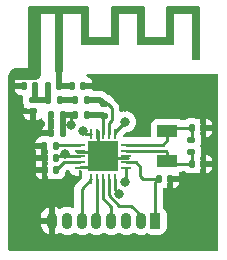
<source format=gbr>
%TF.GenerationSoftware,KiCad,Pcbnew,7.0.9*%
%TF.CreationDate,2024-12-08T03:54:19-04:00*%
%TF.ProjectId,Ejemplo KiCad LM,456a656d-706c-46f2-904b-69436164204c,rev?*%
%TF.SameCoordinates,Original*%
%TF.FileFunction,Copper,L1,Top*%
%TF.FilePolarity,Positive*%
%FSLAX46Y46*%
G04 Gerber Fmt 4.6, Leading zero omitted, Abs format (unit mm)*
G04 Created by KiCad (PCBNEW 7.0.9) date 2024-12-08 03:54:19*
%MOMM*%
%LPD*%
G01*
G04 APERTURE LIST*
G04 Aperture macros list*
%AMRoundRect*
0 Rectangle with rounded corners*
0 $1 Rounding radius*
0 $2 $3 $4 $5 $6 $7 $8 $9 X,Y pos of 4 corners*
0 Add a 4 corners polygon primitive as box body*
4,1,4,$2,$3,$4,$5,$6,$7,$8,$9,$2,$3,0*
0 Add four circle primitives for the rounded corners*
1,1,$1+$1,$2,$3*
1,1,$1+$1,$4,$5*
1,1,$1+$1,$6,$7*
1,1,$1+$1,$8,$9*
0 Add four rect primitives between the rounded corners*
20,1,$1+$1,$2,$3,$4,$5,0*
20,1,$1+$1,$4,$5,$6,$7,0*
20,1,$1+$1,$6,$7,$8,$9,0*
20,1,$1+$1,$8,$9,$2,$3,0*%
G04 Aperture macros list end*
%TA.AperFunction,EtchedComponent*%
%ADD10C,0.152400*%
%TD*%
%TA.AperFunction,SMDPad,CuDef*%
%ADD11R,1.800000X1.000000*%
%TD*%
%TA.AperFunction,SMDPad,CuDef*%
%ADD12RoundRect,0.062500X0.062500X-0.350000X0.062500X0.350000X-0.062500X0.350000X-0.062500X-0.350000X0*%
%TD*%
%TA.AperFunction,SMDPad,CuDef*%
%ADD13RoundRect,0.062500X0.350000X-0.062500X0.350000X0.062500X-0.350000X0.062500X-0.350000X-0.062500X0*%
%TD*%
%TA.AperFunction,SMDPad,CuDef*%
%ADD14R,2.500000X2.500000*%
%TD*%
%TA.AperFunction,SMDPad,CuDef*%
%ADD15RoundRect,0.135000X0.185000X-0.135000X0.185000X0.135000X-0.185000X0.135000X-0.185000X-0.135000X0*%
%TD*%
%TA.AperFunction,SMDPad,CuDef*%
%ADD16RoundRect,0.135000X0.135000X0.185000X-0.135000X0.185000X-0.135000X-0.185000X0.135000X-0.185000X0*%
%TD*%
%TA.AperFunction,SMDPad,CuDef*%
%ADD17RoundRect,0.147500X-0.147500X-0.172500X0.147500X-0.172500X0.147500X0.172500X-0.147500X0.172500X0*%
%TD*%
%TA.AperFunction,SMDPad,CuDef*%
%ADD18RoundRect,0.147500X0.147500X0.172500X-0.147500X0.172500X-0.147500X-0.172500X0.147500X-0.172500X0*%
%TD*%
%TA.AperFunction,SMDPad,CuDef*%
%ADD19RoundRect,0.147500X-0.172500X0.147500X-0.172500X-0.147500X0.172500X-0.147500X0.172500X0.147500X0*%
%TD*%
%TA.AperFunction,ComponentPad*%
%ADD20RoundRect,0.225000X0.225000X0.475000X-0.225000X0.475000X-0.225000X-0.475000X0.225000X-0.475000X0*%
%TD*%
%TA.AperFunction,ComponentPad*%
%ADD21O,0.900000X1.400000*%
%TD*%
%TA.AperFunction,SMDPad,CuDef*%
%ADD22RoundRect,0.140000X-0.140000X-0.170000X0.140000X-0.170000X0.140000X0.170000X-0.140000X0.170000X0*%
%TD*%
%TA.AperFunction,SMDPad,CuDef*%
%ADD23RoundRect,0.140000X0.140000X0.170000X-0.140000X0.170000X-0.140000X-0.170000X0.140000X-0.170000X0*%
%TD*%
%TA.AperFunction,SMDPad,CuDef*%
%ADD24RoundRect,0.140000X-0.170000X0.140000X-0.170000X-0.140000X0.170000X-0.140000X0.170000X0.140000X0*%
%TD*%
%TA.AperFunction,ConnectorPad*%
%ADD25R,0.500000X0.500000*%
%TD*%
%TA.AperFunction,ComponentPad*%
%ADD26R,0.900000X0.500000*%
%TD*%
%TA.AperFunction,ViaPad*%
%ADD27C,0.800000*%
%TD*%
%TA.AperFunction,Conductor*%
%ADD28C,1.016000*%
%TD*%
%TA.AperFunction,Conductor*%
%ADD29C,0.508000*%
%TD*%
%TA.AperFunction,Conductor*%
%ADD30C,0.254000*%
%TD*%
G04 APERTURE END LIST*
%TO.C,AE1*%
D10*
X150278000Y-95026000D02*
X152278000Y-95026000D01*
X152278000Y-92386000D01*
X154978000Y-92386000D01*
X154978000Y-95026000D01*
X156978000Y-95026000D01*
X156978000Y-92386000D01*
X159678000Y-92386000D01*
X159678000Y-96826000D01*
X159178000Y-96826000D01*
X159178000Y-92886000D01*
X157478000Y-92886000D01*
X157478000Y-95526000D01*
X154478000Y-95526000D01*
X154478000Y-92886000D01*
X152778000Y-92886000D01*
X152778000Y-95526000D01*
X149778000Y-95526000D01*
X149778000Y-92886000D01*
X148078000Y-92886000D01*
X148078000Y-97786000D01*
X147578000Y-97786000D01*
X147578000Y-92886000D01*
X146178000Y-92886000D01*
X146178000Y-97786000D01*
X145278000Y-97786000D01*
X145278000Y-97542785D01*
X145580417Y-97542785D01*
X145590258Y-97590395D01*
X145614326Y-97632797D01*
X145652269Y-97665581D01*
X145660181Y-97669935D01*
X145702844Y-97682043D01*
X145751363Y-97681300D01*
X145796878Y-97668400D01*
X145815489Y-97657787D01*
X145849132Y-97622553D01*
X145869691Y-97577368D01*
X145876222Y-97527842D01*
X145867782Y-97479583D01*
X145850888Y-97447357D01*
X145815628Y-97414687D01*
X145770318Y-97394592D01*
X145720733Y-97388018D01*
X145672647Y-97395908D01*
X145639755Y-97412814D01*
X145604815Y-97449584D01*
X145585153Y-97494378D01*
X145580417Y-97542785D01*
X145278000Y-97542785D01*
X145278000Y-92386000D01*
X150278000Y-92386000D01*
X150278000Y-95026000D01*
%TA.AperFunction,EtchedComponent*%
G36*
X150278000Y-95026000D02*
G01*
X152278000Y-95026000D01*
X152278000Y-92386000D01*
X154978000Y-92386000D01*
X154978000Y-95026000D01*
X156978000Y-95026000D01*
X156978000Y-92386000D01*
X159678000Y-92386000D01*
X159678000Y-96826000D01*
X159178000Y-96826000D01*
X159178000Y-92886000D01*
X157478000Y-92886000D01*
X157478000Y-95526000D01*
X154478000Y-95526000D01*
X154478000Y-92886000D01*
X152778000Y-92886000D01*
X152778000Y-95526000D01*
X149778000Y-95526000D01*
X149778000Y-92886000D01*
X148078000Y-92886000D01*
X148078000Y-97786000D01*
X147578000Y-97786000D01*
X147578000Y-92886000D01*
X146178000Y-92886000D01*
X146178000Y-97786000D01*
X145278000Y-97786000D01*
X145278000Y-97542785D01*
X145580417Y-97542785D01*
X145590258Y-97590395D01*
X145614326Y-97632797D01*
X145652269Y-97665581D01*
X145660181Y-97669935D01*
X145702844Y-97682043D01*
X145751363Y-97681300D01*
X145796878Y-97668400D01*
X145815489Y-97657787D01*
X145849132Y-97622553D01*
X145869691Y-97577368D01*
X145876222Y-97527842D01*
X145867782Y-97479583D01*
X145850888Y-97447357D01*
X145815628Y-97414687D01*
X145770318Y-97394592D01*
X145720733Y-97388018D01*
X145672647Y-97395908D01*
X145639755Y-97412814D01*
X145604815Y-97449584D01*
X145585153Y-97494378D01*
X145580417Y-97542785D01*
X145278000Y-97542785D01*
X145278000Y-92386000D01*
X150278000Y-92386000D01*
X150278000Y-95026000D01*
G37*
%TD.AperFunction*%
%TD*%
D11*
%TO.P,Y1,1,1*%
%TO.N,Net-(U1-XC2)*%
X156972000Y-105390000D03*
%TO.P,Y1,2,2*%
%TO.N,Net-(U1-XC1)*%
X156972000Y-102890000D03*
%TD*%
D12*
%TO.P,U1,1,CE*%
%TO.N,Net-(J1-Pin_6)*%
X150521000Y-106976500D03*
%TO.P,U1,2,CSN*%
%TO.N,Net-(J1-Pin_5)*%
X151021000Y-106976500D03*
%TO.P,U1,3,SCK*%
%TO.N,Net-(J1-Pin_4)*%
X151521000Y-106976500D03*
%TO.P,U1,4,MOSI*%
%TO.N,Net-(J1-Pin_2)*%
X152021000Y-106976500D03*
%TO.P,U1,5,MISO*%
%TO.N,Net-(J1-Pin_3)*%
X152521000Y-106976500D03*
D13*
%TO.P,U1,6,IRQ*%
%TO.N,Net-(J1-Pin_7)*%
X153458500Y-106039000D03*
%TO.P,U1,7,VDD*%
%TO.N,VDD*%
X153458500Y-105539000D03*
%TO.P,U1,8,VSS*%
%TO.N,GND*%
X153458500Y-105039000D03*
%TO.P,U1,9,XC2*%
%TO.N,Net-(U1-XC2)*%
X153458500Y-104539000D03*
%TO.P,U1,10,XC1*%
%TO.N,Net-(U1-XC1)*%
X153458500Y-104039000D03*
D12*
%TO.P,U1,11,VDD_PA*%
%TO.N,Net-(U1-VDD_PA)*%
X152521000Y-103101500D03*
%TO.P,U1,12,ANT1*%
%TO.N,Net-(U1-ANT1)*%
X152021000Y-103101500D03*
%TO.P,U1,13,ANT2*%
%TO.N,Net-(U1-ANT2)*%
X151521000Y-103101500D03*
%TO.P,U1,14,VSS*%
%TO.N,GND*%
X151021000Y-103101500D03*
%TO.P,U1,15,VDD*%
%TO.N,VDD*%
X150521000Y-103101500D03*
D13*
%TO.P,U1,16,IREF*%
%TO.N,Net-(U1-IREF)*%
X149583500Y-104039000D03*
%TO.P,U1,17,VSS*%
%TO.N,GND*%
X149583500Y-104539000D03*
%TO.P,U1,18,VDD*%
%TO.N,VDD*%
X149583500Y-105039000D03*
%TO.P,U1,19,DVDD*%
%TO.N,Net-(U1-DVDD)*%
X149583500Y-105539000D03*
%TO.P,U1,20,VSS*%
%TO.N,GND*%
X149583500Y-106039000D03*
D14*
%TO.P,U1,21*%
%TO.N,N/C*%
X151521000Y-105039000D03*
%TD*%
D15*
%TO.P,R2,1*%
%TO.N,Net-(U1-XC2)*%
X159004000Y-104650000D03*
%TO.P,R2,2*%
%TO.N,Net-(U1-XC1)*%
X159004000Y-103630000D03*
%TD*%
D16*
%TO.P,R1,1*%
%TO.N,Net-(U1-IREF)*%
X147576000Y-104140000D03*
%TO.P,R1,2*%
%TO.N,GND*%
X146556000Y-104140000D03*
%TD*%
D17*
%TO.P,L4,1,1*%
%TO.N,Net-(C10-Pad1)*%
X146835000Y-99060000D03*
%TO.P,L4,2,2*%
%TO.N,Net-(AE1-A)*%
X147805000Y-99060000D03*
%TD*%
D18*
%TO.P,L3,1,1*%
%TO.N,Net-(U1-ANT2)*%
X150133500Y-101499000D03*
%TO.P,L3,2,2*%
%TO.N,Net-(U1-VDD_PA)*%
X149163500Y-101499000D03*
%TD*%
%TO.P,L2,1,1*%
%TO.N,Net-(U1-ANT1)*%
X150133500Y-100229000D03*
%TO.P,L2,2,2*%
%TO.N,Net-(C7-Pad1)*%
X149163500Y-100229000D03*
%TD*%
D19*
%TO.P,L1,1,1*%
%TO.N,Net-(U1-ANT1)*%
X151638000Y-100607000D03*
%TO.P,L1,2,2*%
%TO.N,Net-(U1-ANT2)*%
X151638000Y-101577000D03*
%TD*%
D20*
%TO.P,J1,1,Pin_1*%
%TO.N,VDD*%
X155956000Y-110490000D03*
D21*
%TO.P,J1,2,Pin_2*%
%TO.N,Net-(J1-Pin_2)*%
X154706000Y-110490000D03*
%TO.P,J1,3,Pin_3*%
%TO.N,Net-(J1-Pin_3)*%
X153456000Y-110490000D03*
%TO.P,J1,4,Pin_4*%
%TO.N,Net-(J1-Pin_4)*%
X152206000Y-110490000D03*
%TO.P,J1,5,Pin_5*%
%TO.N,Net-(J1-Pin_5)*%
X150956000Y-110490000D03*
%TO.P,J1,6,Pin_6*%
%TO.N,Net-(J1-Pin_6)*%
X149706000Y-110490000D03*
%TO.P,J1,7,Pin_7*%
%TO.N,Net-(J1-Pin_7)*%
X148456000Y-110490000D03*
%TO.P,J1,8,Pin_8*%
%TO.N,GND*%
X147206000Y-110490000D03*
%TD*%
D22*
%TO.P,C11,1*%
%TO.N,Net-(AE1-A)*%
X148872000Y-99060000D03*
%TO.P,C11,2*%
%TO.N,GND*%
X149832000Y-99060000D03*
%TD*%
D23*
%TO.P,C10,1*%
%TO.N,Net-(C10-Pad1)*%
X145768000Y-99060000D03*
%TO.P,C10,2*%
%TO.N,GND*%
X144808000Y-99060000D03*
%TD*%
D24*
%TO.P,C9,1*%
%TO.N,Net-(C10-Pad1)*%
X145584500Y-100257000D03*
%TO.P,C9,2*%
%TO.N,GND*%
X145584500Y-101217000D03*
%TD*%
D23*
%TO.P,C8,1*%
%TO.N,Net-(U1-VDD_PA)*%
X148096500Y-101499000D03*
%TO.P,C8,2*%
%TO.N,GND*%
X147136500Y-101499000D03*
%TD*%
%TO.P,C7,1*%
%TO.N,Net-(C7-Pad1)*%
X147842500Y-100229000D03*
%TO.P,C7,2*%
%TO.N,Net-(C10-Pad1)*%
X146882500Y-100229000D03*
%TD*%
%TO.P,C6,1*%
%TO.N,Net-(U1-VDD_PA)*%
X148096500Y-103023000D03*
%TO.P,C6,2*%
%TO.N,GND*%
X147136500Y-103023000D03*
%TD*%
D22*
%TO.P,C5,2*%
%TO.N,GND*%
X159992000Y-102616000D03*
%TO.P,C5,1*%
%TO.N,Net-(U1-XC1)*%
X159032000Y-102616000D03*
%TD*%
%TO.P,C4,1*%
%TO.N,Net-(U1-XC2)*%
X159032000Y-105664000D03*
%TO.P,C4,2*%
%TO.N,GND*%
X159992000Y-105664000D03*
%TD*%
D23*
%TO.P,C3,1*%
%TO.N,Net-(U1-DVDD)*%
X147546000Y-106172000D03*
%TO.P,C3,2*%
%TO.N,GND*%
X146586000Y-106172000D03*
%TD*%
%TO.P,C2,1*%
%TO.N,VDD*%
X147574000Y-105156000D03*
%TO.P,C2,2*%
%TO.N,GND*%
X146614000Y-105156000D03*
%TD*%
D22*
%TO.P,C1,1*%
%TO.N,VDD*%
X156238000Y-106934000D03*
%TO.P,C1,2*%
%TO.N,GND*%
X157198000Y-106934000D03*
%TD*%
D25*
%TO.P,AE1,1,A*%
%TO.N,Net-(AE1-A)*%
X147828000Y-97536000D03*
D26*
%TO.P,AE1,2*%
%TO.N,N/C*%
X145728000Y-97536000D03*
%TD*%
D27*
%TO.N,GND*%
X144018000Y-98044000D03*
X152146000Y-105410000D03*
X150876000Y-105410000D03*
X152146000Y-104394000D03*
X150876000Y-104394000D03*
X158496000Y-100838000D03*
X159512000Y-100838000D03*
X155448000Y-100838000D03*
X157480000Y-100838000D03*
X160528000Y-100838000D03*
X156464000Y-100838000D03*
X153416000Y-100838000D03*
X154432000Y-100838000D03*
X158496000Y-99822000D03*
X159512000Y-99822000D03*
X155448000Y-99822000D03*
X157480000Y-99822000D03*
X160528000Y-99822000D03*
X156464000Y-99822000D03*
X153416000Y-99822000D03*
X154432000Y-99822000D03*
X151384000Y-98806000D03*
X152400000Y-98806000D03*
X153416000Y-98806000D03*
X154432000Y-98806000D03*
X155448000Y-98806000D03*
X156464000Y-98806000D03*
X157480000Y-98806000D03*
X158496000Y-98806000D03*
X159512000Y-98806000D03*
X160528000Y-98806000D03*
%TO.N,VDD*%
X148336000Y-104812500D03*
X149860000Y-102870000D03*
%TO.N,Net-(J1-Pin_7)*%
X153416000Y-107188000D03*
%TO.N,Net-(J1-Pin_3)*%
X152913714Y-108198286D03*
%TO.N,Net-(U1-VDD_PA)*%
X148844000Y-102362000D03*
X153416000Y-102108000D03*
%TD*%
D28*
%TO.N,GND*%
X144145000Y-98044000D02*
X145415000Y-98044000D01*
X145796000Y-97536000D02*
X145796000Y-98044000D01*
D29*
%TO.N,Net-(AE1-A)*%
X147828000Y-97536000D02*
X147828000Y-99037000D01*
X147828000Y-99037000D02*
X147805000Y-99060000D01*
D30*
%TO.N,GND*%
X150876000Y-105918000D02*
X150876000Y-105410000D01*
X149606000Y-105918000D02*
X151130000Y-105918000D01*
X149352000Y-104648000D02*
X150876000Y-104648000D01*
X152146000Y-105156000D02*
X153670000Y-105156000D01*
X151130000Y-104394000D02*
X151130000Y-102870000D01*
%TO.N,VDD*%
X150091500Y-103101500D02*
X149860000Y-102870000D01*
X150521000Y-103101500D02*
X150091500Y-103101500D01*
X155956000Y-107216000D02*
X156238000Y-106934000D01*
X155956000Y-110490000D02*
X155956000Y-107216000D01*
%TO.N,Net-(J1-Pin_7)*%
X153458500Y-107145500D02*
X153416000Y-107188000D01*
X153458500Y-106039000D02*
X153458500Y-107145500D01*
%TO.N,Net-(J1-Pin_3)*%
X152521000Y-107805572D02*
X152913714Y-108198286D01*
X152521000Y-106976500D02*
X152521000Y-107805572D01*
%TO.N,Net-(J1-Pin_2)*%
X152908000Y-109220000D02*
X153890000Y-109220000D01*
X154706000Y-110036000D02*
X154706000Y-110490000D01*
X152021000Y-108333000D02*
X152908000Y-109220000D01*
X153890000Y-109220000D02*
X154706000Y-110036000D01*
X152021000Y-106976500D02*
X152021000Y-108333000D01*
%TO.N,Net-(J1-Pin_4)*%
X152206000Y-109280000D02*
X152206000Y-110490000D01*
X151521000Y-108595000D02*
X152206000Y-109280000D01*
X151521000Y-106976500D02*
X151521000Y-108595000D01*
%TO.N,Net-(J1-Pin_5)*%
X151021000Y-110425000D02*
X150956000Y-110490000D01*
X151021000Y-106976500D02*
X151021000Y-110425000D01*
%TO.N,Net-(J1-Pin_6)*%
X150521000Y-106976500D02*
X149706000Y-107791500D01*
X149706000Y-107791500D02*
X149706000Y-110490000D01*
%TO.N,VDD*%
X154940000Y-106934000D02*
X156238000Y-106934000D01*
X154686000Y-105918000D02*
X154686000Y-106680000D01*
X154686000Y-106680000D02*
X154940000Y-106934000D01*
X153458500Y-105539000D02*
X154307000Y-105539000D01*
X154307000Y-105539000D02*
X154686000Y-105918000D01*
%TO.N,Net-(U1-XC1)*%
X159032000Y-103602000D02*
X159004000Y-103630000D01*
X159032000Y-102616000D02*
X159032000Y-103602000D01*
%TO.N,Net-(U1-XC2)*%
X159032000Y-105664000D02*
X159032000Y-104678000D01*
X159032000Y-104678000D02*
X159004000Y-104650000D01*
X157246000Y-105664000D02*
X156972000Y-105390000D01*
X159032000Y-105664000D02*
X157246000Y-105664000D01*
%TO.N,Net-(U1-XC1)*%
X157246000Y-102616000D02*
X156972000Y-102890000D01*
X159032000Y-102616000D02*
X157246000Y-102616000D01*
%TO.N,Net-(U1-XC2)*%
X156972000Y-104648000D02*
X156972000Y-105390000D01*
X156863000Y-104539000D02*
X156972000Y-104648000D01*
X153458500Y-104539000D02*
X156863000Y-104539000D01*
%TO.N,Net-(U1-XC1)*%
X156972000Y-103632000D02*
X156972000Y-102890000D01*
X156565000Y-104039000D02*
X156972000Y-103632000D01*
X153458500Y-104039000D02*
X156565000Y-104039000D01*
%TO.N,Net-(U1-DVDD)*%
X148179000Y-105539000D02*
X147546000Y-106172000D01*
X149583500Y-105539000D02*
X148179000Y-105539000D01*
%TO.N,VDD*%
X147691000Y-105039000D02*
X147574000Y-105156000D01*
X149583500Y-105039000D02*
X147691000Y-105039000D01*
%TO.N,Net-(U1-IREF)*%
X147677000Y-104039000D02*
X147576000Y-104140000D01*
X149583500Y-104039000D02*
X147677000Y-104039000D01*
%TO.N,Net-(U1-VDD_PA)*%
X148844000Y-101818500D02*
X149163500Y-101499000D01*
X148844000Y-102362000D02*
X148844000Y-101818500D01*
X152521000Y-103003000D02*
X153416000Y-102108000D01*
X152521000Y-103101500D02*
X152521000Y-103003000D01*
%TO.N,Net-(U1-ANT2)*%
X151521000Y-103101500D02*
X151521000Y-101694000D01*
X151521000Y-101694000D02*
X151638000Y-101577000D01*
%TO.N,Net-(U1-ANT1)*%
X152285000Y-101925132D02*
X152285000Y-100977000D01*
X152021000Y-102189132D02*
X152285000Y-101925132D01*
X151915000Y-100607000D02*
X151638000Y-100607000D01*
X152021000Y-103101500D02*
X152021000Y-102189132D01*
X152285000Y-100977000D02*
X151915000Y-100607000D01*
D29*
%TO.N,Net-(U1-VDD_PA)*%
X148096500Y-101499000D02*
X148096500Y-103023000D01*
X149163500Y-101499000D02*
X148096500Y-101499000D01*
%TO.N,Net-(U1-ANT2)*%
X151560000Y-101499000D02*
X151638000Y-101577000D01*
X150133500Y-101499000D02*
X151560000Y-101499000D01*
%TO.N,Net-(U1-ANT1)*%
X151260000Y-100229000D02*
X151638000Y-100607000D01*
X150133500Y-100229000D02*
X151260000Y-100229000D01*
%TO.N,Net-(C7-Pad1)*%
X147842500Y-100229000D02*
X149163500Y-100229000D01*
%TO.N,Net-(C10-Pad1)*%
X146835000Y-100181500D02*
X146882500Y-100229000D01*
X146835000Y-99060000D02*
X146835000Y-100181500D01*
X146854500Y-100257000D02*
X146882500Y-100229000D01*
X145584500Y-100257000D02*
X146854500Y-100257000D01*
X145768000Y-100073500D02*
X145584500Y-100257000D01*
X145768000Y-99060000D02*
X145768000Y-100073500D01*
%TO.N,Net-(AE1-A)*%
X148872000Y-99060000D02*
X147805000Y-99060000D01*
%TD*%
%TA.AperFunction,Conductor*%
%TO.N,GND*%
G36*
X144481739Y-98063685D02*
G01*
X144527494Y-98116489D01*
X144537438Y-98185647D01*
X144508413Y-98249203D01*
X144449635Y-98286977D01*
X144449294Y-98287077D01*
X144411804Y-98297968D01*
X144272625Y-98380278D01*
X144272616Y-98380285D01*
X144158285Y-98494616D01*
X144158278Y-98494625D01*
X144075968Y-98633804D01*
X144075966Y-98633809D01*
X144030855Y-98789081D01*
X144030854Y-98789087D01*
X144029209Y-98809999D01*
X144029210Y-98810000D01*
X144863500Y-98810000D01*
X144930539Y-98829685D01*
X144976294Y-98882489D01*
X144987500Y-98934000D01*
X144987500Y-99186000D01*
X144967815Y-99253039D01*
X144915011Y-99298794D01*
X144863500Y-99310000D01*
X144029210Y-99310000D01*
X144030854Y-99330910D01*
X144075968Y-99486195D01*
X144158278Y-99625374D01*
X144158285Y-99625383D01*
X144272616Y-99739714D01*
X144272625Y-99739721D01*
X144411803Y-99822030D01*
X144567090Y-99867145D01*
X144603360Y-99869999D01*
X144654823Y-99869999D01*
X144721863Y-99889682D01*
X144767618Y-99942485D01*
X144777281Y-100009684D01*
X144777354Y-100009690D01*
X144777328Y-100010013D01*
X144777563Y-100011644D01*
X144776862Y-100015936D01*
X144774000Y-100052308D01*
X144774000Y-100461692D01*
X144776856Y-100497991D01*
X144776857Y-100497997D01*
X144822004Y-100653390D01*
X144822007Y-100653397D01*
X144834410Y-100674370D01*
X144851593Y-100742094D01*
X144834412Y-100800608D01*
X144822468Y-100820804D01*
X144779996Y-100967000D01*
X145086148Y-100967000D01*
X145149266Y-100984267D01*
X145158105Y-100989494D01*
X145158108Y-100989494D01*
X145158110Y-100989496D01*
X145313502Y-101034642D01*
X145313505Y-101034642D01*
X145313507Y-101034643D01*
X145325608Y-101035595D01*
X145349808Y-101037500D01*
X145710500Y-101037500D01*
X145777539Y-101057185D01*
X145823294Y-101109989D01*
X145834500Y-101161500D01*
X145834500Y-101995789D01*
X145855410Y-101994145D01*
X146010695Y-101949031D01*
X146149874Y-101866721D01*
X146149883Y-101866714D01*
X146185728Y-101830869D01*
X146247050Y-101797383D01*
X146316742Y-101802367D01*
X146372676Y-101844237D01*
X146392486Y-101883954D01*
X146404466Y-101925190D01*
X146404468Y-101925195D01*
X146486778Y-102064374D01*
X146486785Y-102064383D01*
X146595721Y-102173319D01*
X146629206Y-102234642D01*
X146624222Y-102304334D01*
X146595721Y-102348681D01*
X146486785Y-102457616D01*
X146486778Y-102457625D01*
X146404468Y-102596804D01*
X146404466Y-102596809D01*
X146359355Y-102752081D01*
X146359354Y-102752087D01*
X146357709Y-102772999D01*
X146357710Y-102773000D01*
X146886500Y-102773000D01*
X146886500Y-101373000D01*
X146906185Y-101305961D01*
X146958989Y-101260206D01*
X147010500Y-101249000D01*
X147192000Y-101249000D01*
X147259039Y-101268685D01*
X147304794Y-101321489D01*
X147316000Y-101373000D01*
X147316000Y-101733692D01*
X147318856Y-101769991D01*
X147318857Y-101769993D01*
X147336543Y-101830869D01*
X147337076Y-101832701D01*
X147342000Y-101867297D01*
X147342000Y-102654702D01*
X147337076Y-102689298D01*
X147318857Y-102752005D01*
X147318856Y-102752008D01*
X147316000Y-102788308D01*
X147316000Y-103149000D01*
X147296315Y-103216039D01*
X147243511Y-103261794D01*
X147192000Y-103273000D01*
X146357709Y-103273000D01*
X146331633Y-103301207D01*
X146275175Y-103336109D01*
X146166811Y-103367591D01*
X146166808Y-103367593D01*
X146028714Y-103449261D01*
X146028705Y-103449268D01*
X145915268Y-103562705D01*
X145915261Y-103562714D01*
X145833593Y-103700808D01*
X145833592Y-103700811D01*
X145788833Y-103854871D01*
X145788832Y-103854877D01*
X145786069Y-103890000D01*
X146681500Y-103890000D01*
X146748539Y-103909685D01*
X146794294Y-103962489D01*
X146805500Y-104014000D01*
X146805501Y-104389181D01*
X146808334Y-104425200D01*
X146853133Y-104579399D01*
X146853800Y-104580940D01*
X146854344Y-104583567D01*
X146855308Y-104586885D01*
X146855046Y-104586960D01*
X146864000Y-104630189D01*
X146864000Y-104657646D01*
X146846734Y-104720764D01*
X146841507Y-104729601D01*
X146841504Y-104729610D01*
X146796357Y-104885002D01*
X146796356Y-104885008D01*
X146793500Y-104921308D01*
X146793500Y-105390692D01*
X146796356Y-105426991D01*
X146796357Y-105426997D01*
X146841504Y-105582390D01*
X146844603Y-105589551D01*
X146841874Y-105590731D01*
X146855618Y-105644958D01*
X146838438Y-105703447D01*
X146813504Y-105745608D01*
X146813504Y-105745609D01*
X146768357Y-105901002D01*
X146768356Y-105901008D01*
X146765500Y-105937308D01*
X146765500Y-106406692D01*
X146768356Y-106442991D01*
X146768357Y-106442997D01*
X146813503Y-106598389D01*
X146813505Y-106598393D01*
X146813506Y-106598395D01*
X146818732Y-106607233D01*
X146836000Y-106670352D01*
X146836000Y-106976503D01*
X146982194Y-106934032D01*
X147002384Y-106922091D01*
X147070108Y-106904906D01*
X147128629Y-106922089D01*
X147149605Y-106934494D01*
X147190587Y-106946400D01*
X147305002Y-106979642D01*
X147305005Y-106979642D01*
X147305007Y-106979643D01*
X147317108Y-106980595D01*
X147341308Y-106982500D01*
X147341310Y-106982500D01*
X147750692Y-106982500D01*
X147768841Y-106981071D01*
X147786993Y-106979643D01*
X147786995Y-106979642D01*
X147786997Y-106979642D01*
X147827975Y-106967736D01*
X147942395Y-106934494D01*
X148081687Y-106852117D01*
X148196117Y-106737687D01*
X148278494Y-106598395D01*
X148323643Y-106442993D01*
X148326500Y-106406690D01*
X148326500Y-106330281D01*
X148346185Y-106263242D01*
X148362819Y-106242600D01*
X148402600Y-106202819D01*
X148463923Y-106169334D01*
X148490281Y-106166500D01*
X148568724Y-106166500D01*
X148635763Y-106186185D01*
X148681518Y-106238989D01*
X148683285Y-106243047D01*
X148742156Y-106385175D01*
X148832320Y-106502679D01*
X148949824Y-106592843D01*
X149086658Y-106649521D01*
X149196622Y-106663999D01*
X149196637Y-106664000D01*
X149458500Y-106664000D01*
X149458500Y-106290500D01*
X149478185Y-106223461D01*
X149530989Y-106177706D01*
X149582500Y-106166500D01*
X149584500Y-106166500D01*
X149651539Y-106186185D01*
X149697294Y-106238989D01*
X149708500Y-106290500D01*
X149708500Y-106664000D01*
X149739609Y-106695109D01*
X149773094Y-106756432D01*
X149768110Y-106826124D01*
X149739609Y-106870471D01*
X149320953Y-107289126D01*
X149308669Y-107298969D01*
X149308849Y-107299187D01*
X149302838Y-107304159D01*
X149255322Y-107354758D01*
X149234375Y-107375705D01*
X149230106Y-107381209D01*
X149226315Y-107385647D01*
X149194308Y-107419730D01*
X149194305Y-107419734D01*
X149184606Y-107437377D01*
X149173928Y-107453633D01*
X149161594Y-107469534D01*
X149161589Y-107469542D01*
X149143025Y-107512443D01*
X149140454Y-107517691D01*
X149117927Y-107558667D01*
X149112920Y-107578168D01*
X149106621Y-107596564D01*
X149099893Y-107612112D01*
X149098625Y-107615044D01*
X149098624Y-107615046D01*
X149091312Y-107661216D01*
X149090127Y-107666938D01*
X149078500Y-107712223D01*
X149078500Y-107732358D01*
X149076973Y-107751757D01*
X149073825Y-107771631D01*
X149078225Y-107818177D01*
X149078500Y-107824015D01*
X149078500Y-109287718D01*
X149058815Y-109354757D01*
X149006011Y-109400512D01*
X148936853Y-109410456D01*
X148899893Y-109399046D01*
X148787816Y-109344070D01*
X148787814Y-109344069D01*
X148787811Y-109344068D01*
X148787813Y-109344068D01*
X148600682Y-109295616D01*
X148600676Y-109295615D01*
X148471964Y-109289087D01*
X148407610Y-109285824D01*
X148407609Y-109285824D01*
X148407607Y-109285824D01*
X148216533Y-109315095D01*
X148216521Y-109315098D01*
X148035251Y-109382234D01*
X148035249Y-109382235D01*
X148035247Y-109382235D01*
X148035247Y-109382236D01*
X148008278Y-109399046D01*
X147895017Y-109469641D01*
X147827711Y-109488396D01*
X147760950Y-109467786D01*
X147753525Y-109462465D01*
X147711104Y-109429629D01*
X147537642Y-109344542D01*
X147537643Y-109344542D01*
X147456000Y-109323403D01*
X147456000Y-110319027D01*
X147449552Y-110306078D01*
X147366666Y-110230516D01*
X147262080Y-110190000D01*
X147178198Y-110190000D01*
X147095750Y-110205412D01*
X147000390Y-110264457D01*
X146932799Y-110353962D01*
X146902105Y-110461840D01*
X146912454Y-110573521D01*
X146962448Y-110673922D01*
X147045334Y-110749484D01*
X147149920Y-110790000D01*
X147233802Y-110790000D01*
X147316250Y-110774588D01*
X147411610Y-110715543D01*
X147456000Y-110656761D01*
X147456000Y-111660470D01*
X147626524Y-111597315D01*
X147626538Y-111597309D01*
X147766106Y-111510315D01*
X147833411Y-111491558D01*
X147900172Y-111512166D01*
X147907599Y-111517490D01*
X147950622Y-111550793D01*
X147950623Y-111550793D01*
X147950627Y-111550796D01*
X148124184Y-111635930D01*
X148124188Y-111635931D01*
X148124186Y-111635931D01*
X148311317Y-111684383D01*
X148311320Y-111684383D01*
X148311326Y-111684385D01*
X148504390Y-111694176D01*
X148695474Y-111664903D01*
X148876753Y-111597764D01*
X149016530Y-111510641D01*
X149083835Y-111491885D01*
X149150596Y-111512494D01*
X149158022Y-111517817D01*
X149200076Y-111550370D01*
X149200627Y-111550796D01*
X149374184Y-111635930D01*
X149374188Y-111635931D01*
X149374186Y-111635931D01*
X149561317Y-111684383D01*
X149561320Y-111684383D01*
X149561326Y-111684385D01*
X149754390Y-111694176D01*
X149945474Y-111664903D01*
X150126753Y-111597764D01*
X150266530Y-111510641D01*
X150333835Y-111491885D01*
X150400596Y-111512494D01*
X150408022Y-111517817D01*
X150450076Y-111550370D01*
X150450627Y-111550796D01*
X150624184Y-111635930D01*
X150624188Y-111635931D01*
X150624186Y-111635931D01*
X150811317Y-111684383D01*
X150811320Y-111684383D01*
X150811326Y-111684385D01*
X151004390Y-111694176D01*
X151195474Y-111664903D01*
X151376753Y-111597764D01*
X151516530Y-111510641D01*
X151583835Y-111491885D01*
X151650596Y-111512494D01*
X151658022Y-111517817D01*
X151700076Y-111550370D01*
X151700627Y-111550796D01*
X151874184Y-111635930D01*
X151874188Y-111635931D01*
X151874186Y-111635931D01*
X152061317Y-111684383D01*
X152061320Y-111684383D01*
X152061326Y-111684385D01*
X152254390Y-111694176D01*
X152445474Y-111664903D01*
X152626753Y-111597764D01*
X152766530Y-111510641D01*
X152833835Y-111491885D01*
X152900596Y-111512494D01*
X152908022Y-111517817D01*
X152950076Y-111550370D01*
X152950627Y-111550796D01*
X153124184Y-111635930D01*
X153124188Y-111635931D01*
X153124186Y-111635931D01*
X153311317Y-111684383D01*
X153311320Y-111684383D01*
X153311326Y-111684385D01*
X153504390Y-111694176D01*
X153695474Y-111664903D01*
X153876753Y-111597764D01*
X154016530Y-111510641D01*
X154083835Y-111491885D01*
X154150596Y-111512494D01*
X154158022Y-111517817D01*
X154200076Y-111550370D01*
X154200627Y-111550796D01*
X154374184Y-111635930D01*
X154374188Y-111635931D01*
X154374186Y-111635931D01*
X154561317Y-111684383D01*
X154561320Y-111684383D01*
X154561326Y-111684385D01*
X154754390Y-111694176D01*
X154945474Y-111664903D01*
X155126753Y-111597764D01*
X155184927Y-111561503D01*
X155252230Y-111542747D01*
X155315615Y-111561197D01*
X155422294Y-111626998D01*
X155422297Y-111626999D01*
X155422303Y-111627003D01*
X155583292Y-111680349D01*
X155682655Y-111690500D01*
X156229344Y-111690499D01*
X156229352Y-111690498D01*
X156229355Y-111690498D01*
X156289217Y-111684383D01*
X156328708Y-111680349D01*
X156489697Y-111627003D01*
X156634044Y-111537968D01*
X156753968Y-111418044D01*
X156843003Y-111273697D01*
X156896349Y-111112708D01*
X156906500Y-111013345D01*
X156906499Y-109966656D01*
X156896349Y-109867292D01*
X156843003Y-109706303D01*
X156842999Y-109706297D01*
X156842998Y-109706294D01*
X156753970Y-109561959D01*
X156753969Y-109561958D01*
X156753968Y-109561956D01*
X156634044Y-109442032D01*
X156634043Y-109442031D01*
X156634041Y-109442029D01*
X156630593Y-109439303D01*
X156590214Y-109382283D01*
X156583500Y-109342034D01*
X156583500Y-107797321D01*
X156603185Y-107730282D01*
X156644372Y-107690593D01*
X156655369Y-107684089D01*
X156723088Y-107666906D01*
X156781613Y-107684090D01*
X156801803Y-107696031D01*
X156948000Y-107738504D01*
X156948000Y-107432352D01*
X156965267Y-107369233D01*
X156970494Y-107360395D01*
X156976821Y-107338620D01*
X157015642Y-107204997D01*
X157015643Y-107204991D01*
X157017295Y-107184000D01*
X157448000Y-107184000D01*
X157448000Y-107738503D01*
X157594195Y-107696031D01*
X157733374Y-107613721D01*
X157733383Y-107613714D01*
X157847714Y-107499383D01*
X157847721Y-107499374D01*
X157930031Y-107360195D01*
X157930033Y-107360190D01*
X157975144Y-107204918D01*
X157975145Y-107204912D01*
X157976790Y-107184000D01*
X157448000Y-107184000D01*
X157017295Y-107184000D01*
X157018500Y-107168692D01*
X157018500Y-106808000D01*
X157038185Y-106740961D01*
X157090989Y-106695206D01*
X157142500Y-106684000D01*
X157976790Y-106684000D01*
X157975144Y-106663086D01*
X157934555Y-106523374D01*
X157934754Y-106453504D01*
X157972696Y-106394834D01*
X158010297Y-106372598D01*
X158114331Y-106333796D01*
X158137792Y-106316232D01*
X158203256Y-106291816D01*
X158212103Y-106291500D01*
X158392333Y-106291500D01*
X158459372Y-106311185D01*
X158480014Y-106327819D01*
X158496307Y-106344112D01*
X158496311Y-106344115D01*
X158496313Y-106344117D01*
X158635605Y-106426494D01*
X158676587Y-106438400D01*
X158791002Y-106471642D01*
X158791005Y-106471642D01*
X158791007Y-106471643D01*
X158803108Y-106472595D01*
X158827308Y-106474500D01*
X158827310Y-106474500D01*
X159236692Y-106474500D01*
X159254841Y-106473071D01*
X159272993Y-106471643D01*
X159272995Y-106471642D01*
X159272997Y-106471642D01*
X159335427Y-106453504D01*
X159428395Y-106426494D01*
X159449369Y-106414089D01*
X159517088Y-106396906D01*
X159575613Y-106414090D01*
X159595803Y-106426031D01*
X159742000Y-106468504D01*
X159742000Y-106162352D01*
X159759267Y-106099233D01*
X159764494Y-106090395D01*
X159790477Y-106000964D01*
X159809642Y-105934997D01*
X159809643Y-105934991D01*
X159810666Y-105922000D01*
X159811295Y-105914000D01*
X160242000Y-105914000D01*
X160242000Y-106468503D01*
X160388195Y-106426031D01*
X160527374Y-106343721D01*
X160527383Y-106343714D01*
X160641714Y-106229383D01*
X160641721Y-106229374D01*
X160724031Y-106090195D01*
X160724033Y-106090190D01*
X160769144Y-105934918D01*
X160769145Y-105934912D01*
X160770790Y-105914000D01*
X160242000Y-105914000D01*
X159811295Y-105914000D01*
X159812500Y-105898690D01*
X159812500Y-105429310D01*
X159812317Y-105426991D01*
X159811295Y-105414000D01*
X160242000Y-105414000D01*
X160770790Y-105414000D01*
X160769145Y-105393089D01*
X160724031Y-105237804D01*
X160641721Y-105098625D01*
X160641714Y-105098616D01*
X160527383Y-104984285D01*
X160527374Y-104984278D01*
X160388193Y-104901967D01*
X160388190Y-104901965D01*
X160242001Y-104859493D01*
X160242000Y-104859494D01*
X160242000Y-105414000D01*
X159811295Y-105414000D01*
X159809643Y-105393008D01*
X159809642Y-105393002D01*
X159764495Y-105237608D01*
X159764492Y-105237600D01*
X159759266Y-105228763D01*
X159742000Y-105165645D01*
X159742000Y-105132274D01*
X159759269Y-105069151D01*
X159776869Y-105039393D01*
X159816795Y-104901967D01*
X159821664Y-104885208D01*
X159821665Y-104885202D01*
X159821681Y-104885007D01*
X159823688Y-104859494D01*
X159824500Y-104849183D01*
X159824499Y-104450819D01*
X159821665Y-104414799D01*
X159821665Y-104414796D01*
X159776869Y-104260607D01*
X159742869Y-104203117D01*
X159725688Y-104135398D01*
X159742869Y-104076882D01*
X159776869Y-104019393D01*
X159791262Y-103969854D01*
X159821664Y-103865208D01*
X159821665Y-103865202D01*
X159824500Y-103829183D01*
X159824499Y-103430819D01*
X159822979Y-103411500D01*
X159821665Y-103394796D01*
X159776869Y-103240607D01*
X159759266Y-103210843D01*
X159742000Y-103147724D01*
X159742000Y-103114352D01*
X159759269Y-103051229D01*
X159764494Y-103042395D01*
X159797736Y-102927975D01*
X159809642Y-102886997D01*
X159809643Y-102886991D01*
X159811295Y-102866000D01*
X160242000Y-102866000D01*
X160242000Y-103420503D01*
X160388195Y-103378031D01*
X160527374Y-103295721D01*
X160527383Y-103295714D01*
X160641714Y-103181383D01*
X160641721Y-103181374D01*
X160724031Y-103042195D01*
X160724033Y-103042190D01*
X160769144Y-102886918D01*
X160769145Y-102886912D01*
X160770790Y-102866000D01*
X160242000Y-102866000D01*
X159811295Y-102866000D01*
X159812500Y-102850692D01*
X159812500Y-102381308D01*
X159811295Y-102366000D01*
X160242000Y-102366000D01*
X160770790Y-102366000D01*
X160769145Y-102345089D01*
X160724031Y-102189804D01*
X160641721Y-102050625D01*
X160641714Y-102050616D01*
X160527383Y-101936285D01*
X160527374Y-101936278D01*
X160388193Y-101853967D01*
X160388190Y-101853965D01*
X160242001Y-101811493D01*
X160242000Y-101811494D01*
X160242000Y-102366000D01*
X159811295Y-102366000D01*
X159809643Y-102345008D01*
X159809642Y-102345002D01*
X159764495Y-102189608D01*
X159764492Y-102189600D01*
X159759266Y-102180763D01*
X159742000Y-102117645D01*
X159742000Y-101811494D01*
X159741998Y-101811493D01*
X159595809Y-101853965D01*
X159595806Y-101853967D01*
X159575608Y-101865912D01*
X159507884Y-101883092D01*
X159449370Y-101865910D01*
X159428397Y-101853507D01*
X159428390Y-101853504D01*
X159272997Y-101808357D01*
X159272991Y-101808356D01*
X159236692Y-101805500D01*
X159236690Y-101805500D01*
X158827310Y-101805500D01*
X158827308Y-101805500D01*
X158791008Y-101808356D01*
X158791002Y-101808357D01*
X158635609Y-101853504D01*
X158635606Y-101853505D01*
X158496315Y-101935881D01*
X158496307Y-101935887D01*
X158480014Y-101952181D01*
X158418691Y-101985666D01*
X158392333Y-101988500D01*
X158212103Y-101988500D01*
X158145064Y-101968815D01*
X158137792Y-101963767D01*
X158114330Y-101946203D01*
X158114328Y-101946202D01*
X157979482Y-101895908D01*
X157979483Y-101895908D01*
X157919883Y-101889501D01*
X157919881Y-101889500D01*
X157919873Y-101889500D01*
X157919864Y-101889500D01*
X156024129Y-101889500D01*
X156024123Y-101889501D01*
X155964516Y-101895908D01*
X155829671Y-101946202D01*
X155829664Y-101946206D01*
X155714455Y-102032452D01*
X155714452Y-102032455D01*
X155628206Y-102147664D01*
X155628202Y-102147671D01*
X155577908Y-102282517D01*
X155575563Y-102304334D01*
X155571500Y-102342127D01*
X155571500Y-102866000D01*
X155571501Y-103287500D01*
X155551817Y-103354539D01*
X155499013Y-103400294D01*
X155447501Y-103411500D01*
X153419017Y-103411500D01*
X153407058Y-103413011D01*
X153399283Y-103413500D01*
X153297280Y-103413500D01*
X153230241Y-103393815D01*
X153184486Y-103341011D01*
X153174542Y-103271853D01*
X153203567Y-103208297D01*
X153209582Y-103201836D01*
X153366601Y-103044816D01*
X153427923Y-103011334D01*
X153454281Y-103008500D01*
X153510644Y-103008500D01*
X153510646Y-103008500D01*
X153695803Y-102969144D01*
X153868730Y-102892151D01*
X154021871Y-102780888D01*
X154148533Y-102640216D01*
X154243179Y-102476284D01*
X154301674Y-102296256D01*
X154321460Y-102108000D01*
X154301674Y-101919744D01*
X154243179Y-101739716D01*
X154148533Y-101575784D01*
X154021871Y-101435112D01*
X154021870Y-101435111D01*
X153868734Y-101323851D01*
X153868729Y-101323848D01*
X153695807Y-101246857D01*
X153695802Y-101246855D01*
X153550001Y-101215865D01*
X153510646Y-101207500D01*
X153321354Y-101207500D01*
X153288897Y-101214398D01*
X153136197Y-101246855D01*
X153136192Y-101246857D01*
X153086936Y-101268788D01*
X153017686Y-101278073D01*
X152954409Y-101248445D01*
X152917196Y-101189310D01*
X152912500Y-101155509D01*
X152912500Y-101059964D01*
X152914228Y-101044313D01*
X152913946Y-101044287D01*
X152914680Y-101036524D01*
X152912500Y-100967140D01*
X152912500Y-100937530D01*
X152912500Y-100937524D01*
X152911626Y-100930607D01*
X152911169Y-100924792D01*
X152909701Y-100878057D01*
X152904084Y-100858727D01*
X152900138Y-100839668D01*
X152897617Y-100819711D01*
X152897616Y-100819709D01*
X152897616Y-100819707D01*
X152880403Y-100776234D01*
X152878514Y-100770713D01*
X152865467Y-100725807D01*
X152855225Y-100708489D01*
X152846662Y-100691011D01*
X152839253Y-100672297D01*
X152839253Y-100672296D01*
X152811771Y-100634472D01*
X152808567Y-100629596D01*
X152784763Y-100589344D01*
X152784761Y-100589342D01*
X152784759Y-100589339D01*
X152770531Y-100575112D01*
X152757896Y-100560320D01*
X152746063Y-100544033D01*
X152746060Y-100544031D01*
X152746060Y-100544030D01*
X152746059Y-100544029D01*
X152710035Y-100514228D01*
X152705713Y-100510294D01*
X152437649Y-100242230D01*
X152411526Y-100203790D01*
X152409929Y-100200099D01*
X152326591Y-100059182D01*
X152326590Y-100059180D01*
X152326588Y-100059178D01*
X152326585Y-100059174D01*
X152210825Y-99943414D01*
X152210817Y-99943408D01*
X152069895Y-99860068D01*
X152069892Y-99860066D01*
X151942884Y-99823167D01*
X151889799Y-99791773D01*
X151838763Y-99740738D01*
X151826979Y-99727103D01*
X151812537Y-99707703D01*
X151783835Y-99683620D01*
X151772285Y-99673928D01*
X151768310Y-99670286D01*
X151762441Y-99664417D01*
X151762440Y-99664416D01*
X151762438Y-99664414D01*
X151736584Y-99643972D01*
X151677427Y-99594333D01*
X151671394Y-99590365D01*
X151671422Y-99590321D01*
X151664961Y-99586204D01*
X151664934Y-99586250D01*
X151658790Y-99582460D01*
X151588808Y-99549827D01*
X151519815Y-99515177D01*
X151513031Y-99512708D01*
X151513049Y-99512658D01*
X151505807Y-99510141D01*
X151505791Y-99510191D01*
X151498938Y-99507920D01*
X151423311Y-99492304D01*
X151348181Y-99474498D01*
X151341014Y-99473661D01*
X151341020Y-99473607D01*
X151333405Y-99472829D01*
X151333401Y-99472883D01*
X151326210Y-99472253D01*
X151249018Y-99474500D01*
X150731619Y-99474500D01*
X150664580Y-99454815D01*
X150618825Y-99402011D01*
X150609520Y-99337299D01*
X150608648Y-99337231D01*
X150608953Y-99333354D01*
X150608881Y-99332853D01*
X150609096Y-99331531D01*
X150610790Y-99310000D01*
X149776500Y-99310000D01*
X149709461Y-99290315D01*
X149663706Y-99237511D01*
X149652500Y-99186000D01*
X149652500Y-98934000D01*
X149672185Y-98866961D01*
X149724989Y-98821206D01*
X149776500Y-98810000D01*
X150610790Y-98810000D01*
X150609145Y-98789089D01*
X150564031Y-98633804D01*
X150481721Y-98494625D01*
X150481714Y-98494616D01*
X150367383Y-98380285D01*
X150367374Y-98380278D01*
X150228195Y-98297968D01*
X150190706Y-98287077D01*
X150131820Y-98249470D01*
X150102613Y-98185998D01*
X150112359Y-98116811D01*
X150157962Y-98063877D01*
X150224945Y-98044001D01*
X150225300Y-98044000D01*
X161165500Y-98044000D01*
X161232539Y-98063685D01*
X161278294Y-98116489D01*
X161289500Y-98168000D01*
X161289500Y-112906000D01*
X161269815Y-112973039D01*
X161217011Y-113018794D01*
X161165500Y-113030000D01*
X143634500Y-113030000D01*
X143567461Y-113010315D01*
X143521706Y-112957511D01*
X143510500Y-112906000D01*
X143510500Y-110740000D01*
X146256000Y-110740000D01*
X146256000Y-110788176D01*
X146270647Y-110932221D01*
X146328484Y-111116561D01*
X146328489Y-111116571D01*
X146422251Y-111285498D01*
X146422256Y-111285505D01*
X146548107Y-111432105D01*
X146700890Y-111550368D01*
X146700894Y-111550370D01*
X146874363Y-111635460D01*
X146956000Y-111656596D01*
X146956000Y-110740000D01*
X146256000Y-110740000D01*
X143510500Y-110740000D01*
X143510500Y-110240000D01*
X146256000Y-110240000D01*
X146956000Y-110240000D01*
X146956000Y-109319528D01*
X146785472Y-109382685D01*
X146785468Y-109382687D01*
X146621496Y-109484892D01*
X146481465Y-109618002D01*
X146481464Y-109618003D01*
X146371086Y-109776586D01*
X146294893Y-109954137D01*
X146256000Y-110143393D01*
X146256000Y-110240000D01*
X143510500Y-110240000D01*
X143510500Y-106422000D01*
X145807210Y-106422000D01*
X145808854Y-106442910D01*
X145853968Y-106598195D01*
X145936278Y-106737374D01*
X145936285Y-106737383D01*
X146050616Y-106851714D01*
X146050625Y-106851721D01*
X146189804Y-106934031D01*
X146336000Y-106976504D01*
X146336000Y-106422000D01*
X145807210Y-106422000D01*
X143510500Y-106422000D01*
X143510500Y-105921999D01*
X145807209Y-105921999D01*
X145807210Y-105922000D01*
X146336000Y-105922000D01*
X146336000Y-105406000D01*
X145835210Y-105406000D01*
X145836854Y-105426910D01*
X145881968Y-105582195D01*
X145885066Y-105589353D01*
X145882398Y-105590507D01*
X145896198Y-105644970D01*
X145879018Y-105703446D01*
X145853969Y-105745802D01*
X145853966Y-105745809D01*
X145808855Y-105901081D01*
X145808854Y-105901087D01*
X145807209Y-105921999D01*
X143510500Y-105921999D01*
X143510500Y-104390000D01*
X145786069Y-104390000D01*
X145788832Y-104425122D01*
X145788833Y-104425128D01*
X145833592Y-104579189D01*
X145833594Y-104579194D01*
X145868059Y-104637471D01*
X145885242Y-104705195D01*
X145880404Y-104735186D01*
X145836854Y-104885087D01*
X145835209Y-104905999D01*
X145835210Y-104906000D01*
X146306000Y-104906000D01*
X146306000Y-104390000D01*
X145786069Y-104390000D01*
X143510500Y-104390000D01*
X143510500Y-101467000D01*
X144779996Y-101467000D01*
X144822468Y-101613195D01*
X144904778Y-101752374D01*
X144904785Y-101752383D01*
X145019116Y-101866714D01*
X145019125Y-101866721D01*
X145158304Y-101949031D01*
X145313589Y-101994145D01*
X145334500Y-101995789D01*
X145334500Y-101467000D01*
X144779996Y-101467000D01*
X143510500Y-101467000D01*
X143510500Y-98168000D01*
X143530185Y-98100961D01*
X143582989Y-98055206D01*
X143634500Y-98044000D01*
X144414700Y-98044000D01*
X144481739Y-98063685D01*
G37*
%TD.AperFunction*%
%TD*%
M02*

</source>
